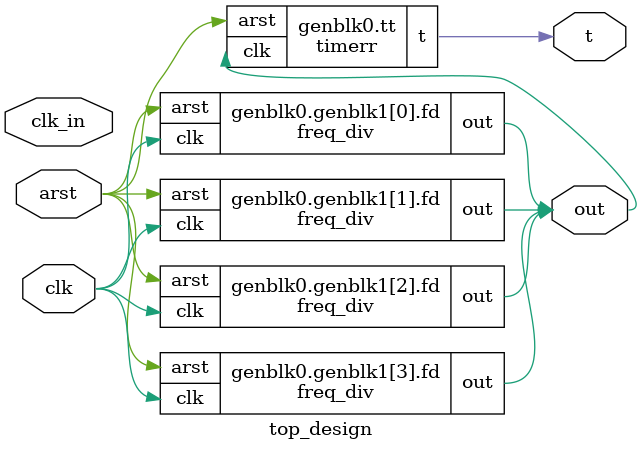
<source format=v>
`timescale 1ns / 1ps

module freq_div (
     input clk,arst,
     output out
    );
    reg count;
    always @(posedge clk or posedge arst)
        begin
            if(arst)
                count <= 0;
                else 
                  count <= count+1;
        end
        assign out = count;
endmodule


module timerr (
    input clk_in, arst,
    output reg t
    );
    reg[3:0] q;
     always @(posedge clk_in, posedge arst)
     begin
        if(arst) begin
          q <= 4'b0000;
          t <= 0;
        end
          else if(q == 4'b1001) begin
                t <= 1;
                q <= 4'b0000;
          end else 
                q <= q+1;
               
     end
    
endmodule


//A top level module that contains the instances of flip flops.
module top_design #(parameter N=4)(
    input clk,clk_in,arst,
    output out,t
);

    genvar i;
    
    generate
    begin
        for(i=0;i<=3;i=i+1)begin
            freq_div fd(.clk(clk), .arst(arst), .out(out));
            end 
            timerr tt(.clk(out),.arst(arst), .t(t));
    end        
    endgenerate
    
endmodule

</source>
